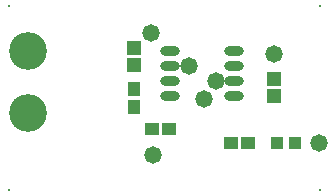
<source format=gts>
G04*
G04 #@! TF.GenerationSoftware,Altium Limited,Altium Designer,18.1.7 (191)*
G04*
G04 Layer_Color=8388736*
%FSLAX25Y25*%
%MOIN*%
G70*
G01*
G75*
%ADD20O,0.06509X0.03162*%
%ADD21R,0.03950X0.03950*%
%ADD22R,0.04540X0.04343*%
%ADD23R,0.04343X0.04540*%
%ADD24R,0.04737X0.05131*%
%ADD25C,0.00800*%
%ADD26C,0.12611*%
%ADD27C,0.05800*%
D20*
X64075Y62618D02*
D03*
Y57618D02*
D03*
Y52618D02*
D03*
Y47618D02*
D03*
X85532Y62618D02*
D03*
Y57618D02*
D03*
Y52618D02*
D03*
Y47618D02*
D03*
D21*
X100000Y31890D02*
D03*
X105905D02*
D03*
D22*
X90256D02*
D03*
X84547D02*
D03*
X58169Y36614D02*
D03*
X63878D02*
D03*
D23*
X52362Y49705D02*
D03*
Y43996D02*
D03*
D24*
X52362Y63484D02*
D03*
Y57776D02*
D03*
X98819Y53248D02*
D03*
Y47539D02*
D03*
D25*
X114173Y77559D02*
D03*
Y16142D02*
D03*
X10630D02*
D03*
Y77559D02*
D03*
D26*
X16929Y62598D02*
D03*
Y41732D02*
D03*
D27*
X57874Y68504D02*
D03*
X113779Y31890D02*
D03*
X98740Y61417D02*
D03*
X75437Y46457D02*
D03*
X58661Y27953D02*
D03*
X79528Y52362D02*
D03*
X70473Y57618D02*
D03*
M02*

</source>
